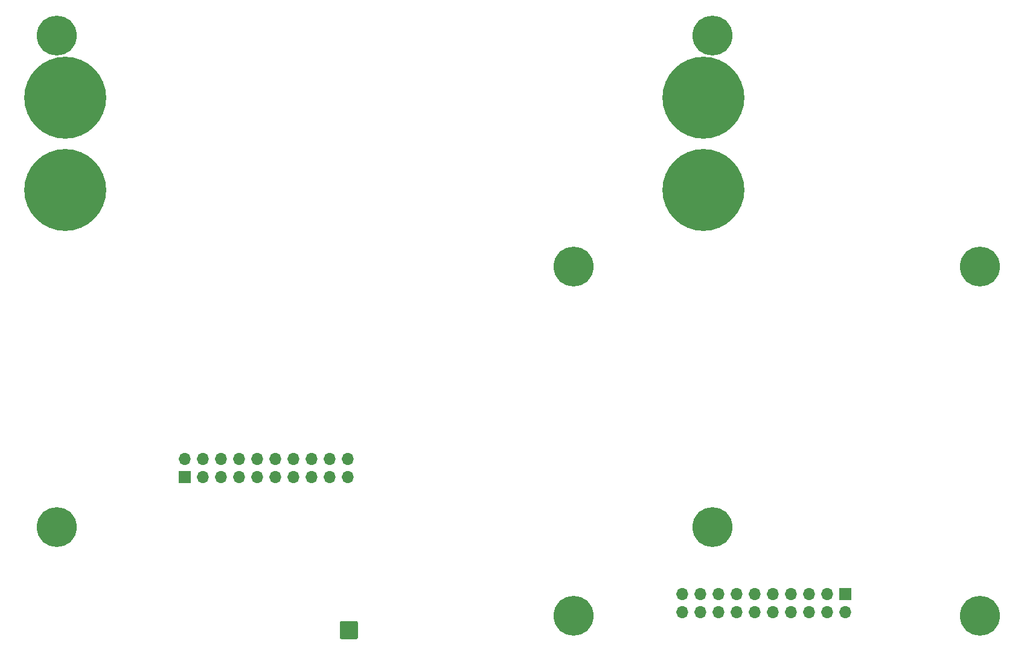
<source format=gbr>
%TF.GenerationSoftware,KiCad,Pcbnew,(5.1.9)-1*%
%TF.CreationDate,2021-09-07T11:59:19+02:00*%
%TF.ProjectId,DDS_mount,4444535f-6d6f-4756-9e74-2e6b69636164,rev?*%
%TF.SameCoordinates,Original*%
%TF.FileFunction,Soldermask,Top*%
%TF.FilePolarity,Negative*%
%FSLAX46Y46*%
G04 Gerber Fmt 4.6, Leading zero omitted, Abs format (unit mm)*
G04 Created by KiCad (PCBNEW (5.1.9)-1) date 2021-09-07 11:59:19*
%MOMM*%
%LPD*%
G01*
G04 APERTURE LIST*
%ADD10C,5.600000*%
%ADD11O,1.700000X1.700000*%
%ADD12R,1.700000X1.700000*%
%ADD13C,11.500000*%
G04 APERTURE END LIST*
D10*
%TO.C,J1*%
X206500000Y-90000000D03*
X149500000Y-90000000D03*
X206500000Y-139000000D03*
X149500000Y-139000000D03*
D11*
X164790000Y-138440000D03*
X164790000Y-135900000D03*
X167330000Y-138440000D03*
X167330000Y-135900000D03*
X169870000Y-138440000D03*
X169870000Y-135900000D03*
X172410000Y-138440000D03*
X172410000Y-135900000D03*
X174950000Y-138440000D03*
X174950000Y-135900000D03*
X177490000Y-138440000D03*
X177490000Y-135900000D03*
X180030000Y-138440000D03*
X180030000Y-135900000D03*
X182570000Y-138440000D03*
X182570000Y-135900000D03*
X185110000Y-138440000D03*
X185110000Y-135900000D03*
X187650000Y-138440000D03*
D12*
X187650000Y-135900000D03*
%TD*%
D13*
%TO.C,J2*%
X167750000Y-79250000D03*
X167750000Y-66250000D03*
X78250000Y-79250000D03*
X78250000Y-66250000D03*
D10*
X169000000Y-126500000D03*
X169000000Y-57500000D03*
X77000000Y-57500000D03*
X77000000Y-126500000D03*
D11*
X117860000Y-116960000D03*
X117860000Y-119500000D03*
X115320000Y-116960000D03*
X115320000Y-119500000D03*
X112780000Y-116960000D03*
X112780000Y-119500000D03*
X110240000Y-116960000D03*
X110240000Y-119500000D03*
X107700000Y-116960000D03*
X107700000Y-119500000D03*
X105160000Y-116960000D03*
X105160000Y-119500000D03*
X102620000Y-116960000D03*
X102620000Y-119500000D03*
X100080000Y-116960000D03*
X100080000Y-119500000D03*
X97540000Y-116960000D03*
X97540000Y-119500000D03*
X95000000Y-116960000D03*
D12*
X95000000Y-119500000D03*
%TD*%
%TO.C,J3*%
G36*
G01*
X116725000Y-142025001D02*
X116725000Y-139974999D01*
G75*
G02*
X116974999Y-139725000I249999J0D01*
G01*
X119025001Y-139725000D01*
G75*
G02*
X119275000Y-139974999I0J-249999D01*
G01*
X119275000Y-142025001D01*
G75*
G02*
X119025001Y-142275000I-249999J0D01*
G01*
X116974999Y-142275000D01*
G75*
G02*
X116725000Y-142025001I0J249999D01*
G01*
G37*
%TD*%
M02*

</source>
